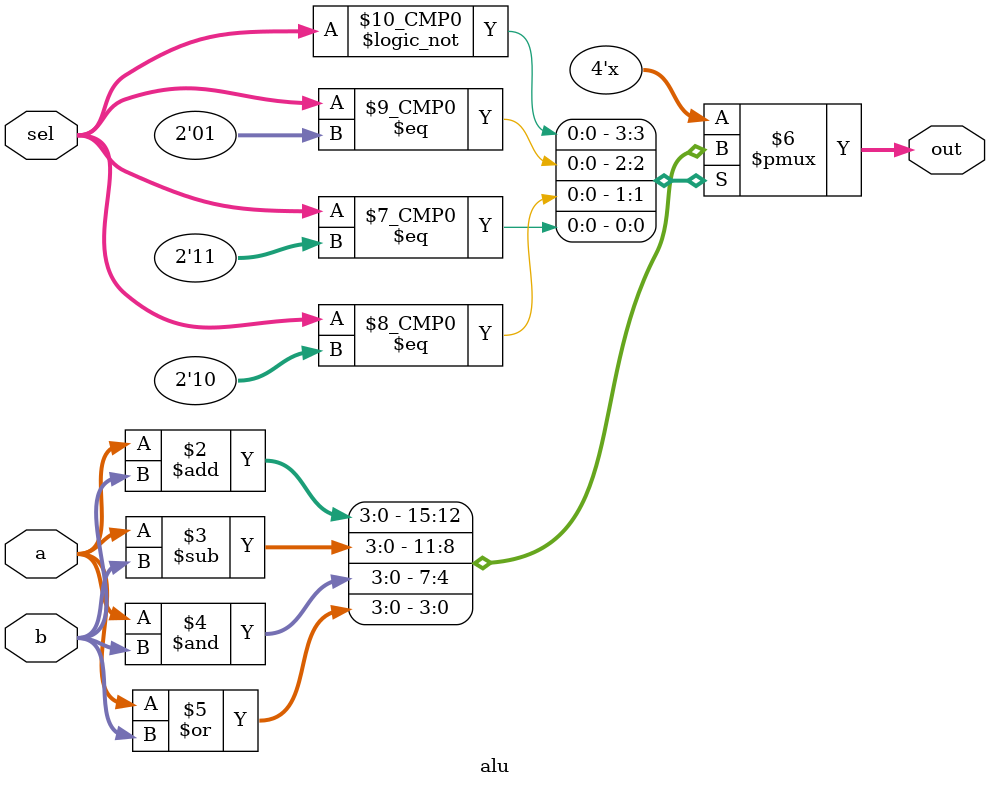
<source format=sv>
`timescale 1ns / 1ps

module alu(
    input [3:0] a, b,
    input [1:0] sel,
    output reg [3:0] out
);

always @(*) begin
    case (sel)
        2'b00: out = a + b;  // Addition
        2'b01: out = a - b;  // Subtraction
        2'b10: out = a & b;  // AND
        2'b11: out = a | b;  // OR
        default: out = 4'b0000;
    endcase
end

endmodule

</source>
